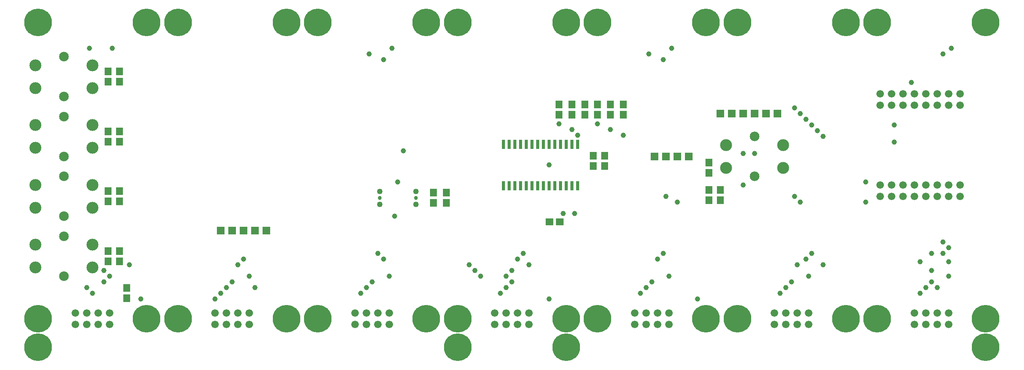
<source format=gbr>
G04 DesignSpark PCB Gerber Version 11.0 Build 5877*
G04 #@! TF.Part,Single*
G04 #@! TF.FileFunction,Soldermask,Top*
G04 #@! TF.FilePolarity,Negative*
%FSLAX35Y35*%
%MOIN*%
G04 #@! TA.AperFunction,SMDPad,CuDef*
%ADD127R,0.02962X0.08080*%
%ADD126R,0.06100X0.06600*%
G04 #@! TA.AperFunction,ComponentPad*
%ADD125R,0.06600X0.06600*%
G04 #@! TD.AperFunction*
%ADD18C,0.00500*%
G04 #@! TA.AperFunction,ComponentPad*
%ADD129C,0.03395*%
G04 #@! TA.AperFunction,ViaPad*
%ADD120C,0.04600*%
G04 #@! TA.AperFunction,ComponentPad*
%ADD130C,0.04931*%
%ADD123C,0.06600*%
G04 #@! TA.AperFunction,WasherPad*
%ADD122C,0.08474*%
G04 #@! TA.AperFunction,SMDPad,CuDef*
%ADD128R,0.06600X0.06100*%
G04 #@! TA.AperFunction,ComponentPad*
%ADD124C,0.10443*%
G04 #@! TA.AperFunction,WasherPad*
%ADD121C,0.24222*%
G04 #@! TD.AperFunction*
X0Y0D02*
D02*
D18*
D02*
D120*
X62750Y72750D03*
X65250Y282750D03*
X67750Y67750D03*
X77750Y77750D03*
Y87750D03*
X82750Y82750D03*
X85250Y282750D03*
X100250Y92750D03*
X110250Y62750D03*
X175250D03*
X180250Y67750D03*
D03*
X185250Y72750D03*
X190250Y77750D03*
X195250Y92750D03*
X200250Y97750D03*
X205250Y82750D03*
X210250Y72750D03*
X302750Y67750D03*
X307750Y72750D03*
X310250Y277750D03*
X312750Y77750D03*
X317750Y102750D03*
X322750Y97750D03*
Y272750D03*
X327750Y82750D03*
X330250Y282750D03*
X332297Y135250D03*
X335250Y165250D03*
X340171Y192750D03*
X397750Y92750D03*
X402750Y87750D03*
X407750Y82750D03*
X425250Y67750D03*
X430250Y72750D03*
Y82750D03*
X435250Y77750D03*
Y87750D03*
X440250Y97750D03*
X445250Y102750D03*
X450250Y92750D03*
X467750Y62750D03*
Y180250D03*
X476500Y216500D03*
X480250Y137750D03*
X487750Y211500D03*
X490250Y137750D03*
X492750Y206500D03*
X510250Y216500D03*
X521500Y211500D03*
X532750Y206500D03*
X547750Y67750D03*
X552750Y72750D03*
X555250Y277750D03*
X557750Y77750D03*
X562750Y97750D03*
X567750Y102750D03*
Y272750D03*
X570250Y152750D03*
X572750Y82750D03*
X575250Y282750D03*
X580250Y147750D03*
X597750Y62750D03*
X637750Y162750D03*
Y190250D03*
X647750D03*
X670250Y67750D03*
X675250Y72750D03*
X680250Y77750D03*
X682750Y152750D03*
Y230250D03*
X685250Y92750D03*
X687750Y147750D03*
Y225250D03*
X692750Y97750D03*
Y220250D03*
X695250Y82750D03*
X697750Y102750D03*
Y215250D03*
X702750Y210250D03*
X707750Y92750D03*
Y205250D03*
X745250Y147750D03*
Y165250D03*
X770250Y200250D03*
Y215250D03*
X785250Y252750D03*
X792750Y67750D03*
Y95250D03*
X797750Y72750D03*
X802750Y77750D03*
Y87750D03*
Y102750D03*
X807750Y72750D03*
X812750Y102750D03*
Y112750D03*
Y277750D03*
X817750Y82750D03*
Y95250D03*
Y107750D03*
X820250Y282750D03*
D02*
D121*
X20250Y20250D03*
Y45250D03*
Y305250D03*
X115250Y45250D03*
Y305250D03*
X142750Y45250D03*
Y305250D03*
X237750Y45250D03*
Y305250D03*
X265250Y45250D03*
Y305250D03*
X360250Y45250D03*
Y305250D03*
X387750Y20250D03*
Y45250D03*
Y305250D03*
X482750Y20250D03*
Y45250D03*
Y305250D03*
X510250Y45250D03*
Y305250D03*
X605250Y45250D03*
Y305250D03*
X632750Y45250D03*
Y305250D03*
X727750Y45250D03*
Y305250D03*
X755250Y45250D03*
Y305250D03*
X850250Y20250D03*
Y45250D03*
Y305250D03*
D02*
D122*
X42750Y82750D03*
Y117750D03*
Y135250D03*
Y170250D03*
Y187750D03*
Y222750D03*
Y240250D03*
Y275250D03*
X647750Y170250D03*
Y205250D03*
D02*
D123*
X52750Y40250D03*
Y50250D03*
X62750Y40250D03*
Y50250D03*
X72750Y40250D03*
Y50250D03*
X82750Y40250D03*
Y50250D03*
X175250Y40250D03*
Y50250D03*
X185250Y40250D03*
Y50250D03*
X195250Y40250D03*
Y50250D03*
X205250Y40250D03*
Y50250D03*
X297750Y40250D03*
Y50250D03*
X307750Y40250D03*
Y50250D03*
X317750Y40250D03*
Y50250D03*
X327750Y40250D03*
Y50250D03*
X420250Y40250D03*
Y50250D03*
X430250Y40250D03*
Y50250D03*
X440250Y40250D03*
Y50250D03*
X450250Y40250D03*
Y50250D03*
X542750Y40250D03*
Y50250D03*
X552750Y40250D03*
Y50250D03*
X562750Y40250D03*
Y50250D03*
X572750Y40250D03*
Y50250D03*
X665250Y40250D03*
Y50250D03*
X675250Y40250D03*
Y50250D03*
X685250Y40250D03*
Y50250D03*
X695250Y40250D03*
Y50250D03*
X757750Y152750D03*
Y162750D03*
Y232750D03*
Y242750D03*
X767750Y152750D03*
Y162750D03*
Y232750D03*
Y242750D03*
X777750Y152750D03*
Y162750D03*
Y232750D03*
Y242750D03*
X787750Y40250D03*
Y50250D03*
Y152750D03*
Y162750D03*
Y232750D03*
Y242750D03*
X797750Y40250D03*
Y50250D03*
Y152750D03*
Y162750D03*
Y232750D03*
Y242750D03*
X807750Y40250D03*
Y50250D03*
Y152750D03*
Y162750D03*
Y232750D03*
Y242750D03*
X817750Y40250D03*
Y50250D03*
Y152750D03*
Y162750D03*
Y232750D03*
Y242750D03*
X827750Y152750D03*
Y162750D03*
Y232750D03*
Y242750D03*
D02*
D124*
X17750Y90250D03*
Y110250D03*
Y142750D03*
Y162750D03*
Y195250D03*
Y215250D03*
Y247750D03*
Y267750D03*
X67750Y90250D03*
Y110250D03*
Y142750D03*
Y162750D03*
Y195250D03*
Y215250D03*
Y247750D03*
Y267750D03*
X622750Y177750D03*
Y197750D03*
X672750Y177750D03*
Y197750D03*
D02*
D125*
X180250Y122750D03*
X190250D03*
X200250D03*
X210250D03*
X220250D03*
X560250Y187750D03*
X570250D03*
X580250D03*
X590250D03*
X617750Y225250D03*
X627750D03*
X637750D03*
X647750D03*
X657750D03*
X667750D03*
D02*
D126*
X81500Y95750D03*
Y104750D03*
Y148250D03*
Y157250D03*
Y200750D03*
Y209750D03*
Y253250D03*
Y262250D03*
X91500Y95750D03*
Y104750D03*
Y148250D03*
Y157250D03*
Y200750D03*
Y209750D03*
Y253250D03*
Y262250D03*
X97750Y63250D03*
Y72250D03*
X366500Y147000D03*
Y156000D03*
X377750Y147000D03*
Y156000D03*
X476500Y224500D03*
Y233500D03*
X487750Y224500D03*
Y233500D03*
X499000Y224500D03*
Y233500D03*
X506500Y179500D03*
Y188500D03*
X510250Y224500D03*
Y233500D03*
X516500Y179500D03*
Y188500D03*
X521500Y224500D03*
Y233500D03*
X532750Y224500D03*
Y233500D03*
X607750Y149500D03*
Y158500D03*
Y173250D03*
Y182250D03*
X617750Y149500D03*
Y158500D03*
D02*
D127*
X427750Y162120D03*
Y198380D03*
X432750Y162120D03*
Y198380D03*
X437750Y162120D03*
Y198380D03*
X442750Y162120D03*
Y198380D03*
X447750Y162120D03*
Y198380D03*
X452750Y162120D03*
Y198380D03*
X457750Y162120D03*
Y198380D03*
X462750Y162120D03*
Y198380D03*
X467750Y162120D03*
Y198380D03*
X472750Y162120D03*
Y198380D03*
X477750Y162120D03*
Y198380D03*
X482750Y162120D03*
Y198380D03*
X487750Y162120D03*
Y198380D03*
X492750Y162120D03*
Y198380D03*
D02*
D128*
X468250Y130250D03*
X477250D03*
D02*
D129*
X319502Y151500D03*
X350998D03*
D02*
D130*
X319502Y145870D03*
Y157130D03*
X350998Y145870D03*
Y157130D03*
X0Y0D02*
M02*

</source>
